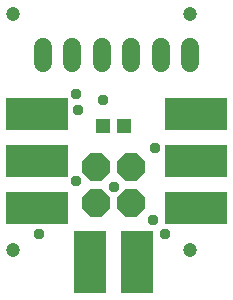
<source format=gbr>
G04 EAGLE Gerber X2 export*
%TF.Part,Single*%
%TF.FileFunction,Soldermask,Top,1*%
%TF.FilePolarity,Negative*%
%TF.GenerationSoftware,Autodesk,EAGLE,9.1.0*%
%TF.CreationDate,2018-11-27T18:07:30Z*%
G75*
%MOMM*%
%FSLAX34Y34*%
%LPD*%
%AMOC8*
5,1,8,0,0,1.08239X$1,22.5*%
G01*
%ADD10C,1.203200*%
%ADD11C,1.511200*%
%ADD12R,1.203200X1.303200*%
%ADD13R,2.743200X5.283200*%
%ADD14R,5.283200X2.743200*%
%ADD15P,2.556822X8X22.500000*%
%ADD16C,0.959600*%


D10*
X20000Y50000D03*
X170000Y50000D03*
X20000Y250000D03*
X170000Y250000D03*
D11*
X45000Y221540D02*
X45000Y208460D01*
X70000Y208460D02*
X70000Y221540D01*
X95000Y221540D02*
X95000Y208460D01*
X120000Y208460D02*
X120000Y221540D01*
X145000Y221540D02*
X145000Y208460D01*
X170000Y208460D02*
X170000Y221540D01*
D12*
X96500Y155000D03*
X113500Y155000D03*
D13*
X125000Y40000D03*
X85000Y40000D03*
D14*
X175000Y165000D03*
X175000Y125000D03*
X175000Y85000D03*
X40000Y165000D03*
X40000Y125000D03*
X40000Y85000D03*
D15*
X90000Y120000D03*
X120000Y120000D03*
X90000Y90000D03*
X120000Y90000D03*
D16*
X73500Y108500D03*
X105000Y103250D03*
X96250Y176750D03*
X138250Y75250D03*
X73500Y182000D03*
X42000Y63000D03*
X148750Y63000D03*
X140000Y136500D03*
X75250Y168000D03*
M02*

</source>
